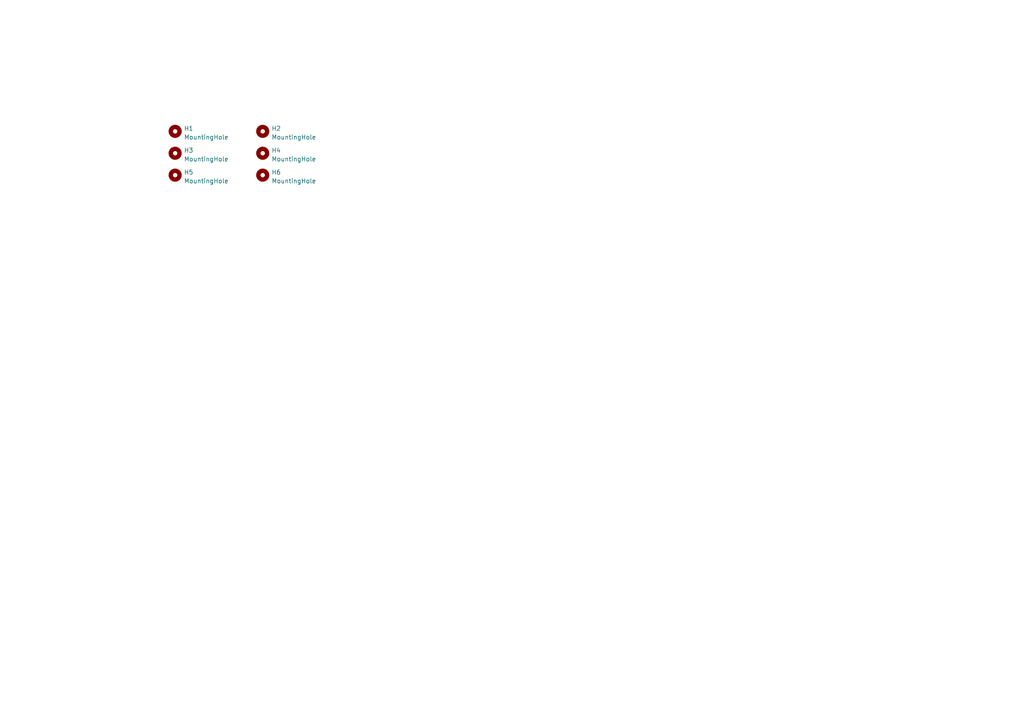
<source format=kicad_sch>
(kicad_sch (version 20231120) (generator "eeschema") (generator_version "8.0")
  (paper "A4")
  (lib_symbols
    (symbol "Mechanical:MountingHole" (pin_names (offset 1.016))
      (property "Reference" "H" (at 0 5.08 0))
      (property "Value" "MountingHole" (at 0 3.175 0))
      (symbol "MountingHole_0_1"
        (circle (center 0 0) (radius 1.27) (stroke (width 1.27)))
      )
    )
  )
  (symbol (lib_id "Mechanical:MountingHole") (at 76.2 38.1 0) (unit 1)
    (property "Reference" "H2" (at 78.74 37.2653 0) (effects (justify left)))
    (property "Value" "MountingHole" (at 78.74 39.8022 0) (effects (justify left)))
    (property "Footprint" "cipulot_parts:HOLE_M2" (effects (hide yes)))
    (instances (project "the-nicholas-van" (path "" (reference "H2") (unit 1)) (path "" (reference "H2") (unit 1))) (project "mounting holes" (path "" (reference "H2") (unit 1))) (project "travaulta" (path "" (reference "H9") (unit 1))) (project "Infernum HS" (path "" (reference "H2") (unit 1))) (project "ampersand" (path "" (reference "H2") (unit 1))) (project "forti EC" (path "" (reference "H2") (unit 1))))
  )
  (symbol (lib_id "Mechanical:MountingHole") (at 50.8 38.1 0) (unit 1)
    (property "Reference" "H1" (at 53.34 37.2653 0) (effects (justify left)))
    (property "Value" "MountingHole" (at 53.34 39.8022 0) (effects (justify left)))
    (property "Footprint" "cipulot_parts:HOLE_M2" (effects (hide yes)))
  )
  (symbol (lib_id "Mechanical:MountingHole") (at 76.2 50.8 0) (unit 1)
    (property "Reference" "H6" (at 78.74 49.9653 0) (effects (justify left)))
    (property "Value" "MountingHole" (at 78.74 52.5022 0) (effects (justify left)))
    (property "Footprint" "cipulot_parts:HOLE_M2" (effects (hide yes)))
    (instances (project "the-nicholas-van" (path "" (reference "H6") (unit 1)) (path "" (reference "H6") (unit 1))) (project "mounting holes" (path "" (reference "H6") (unit 1))) (project "travaulta" (path "" (reference "H11") (unit 1))) (project "Infernum HS" (path "" (reference "H6") (unit 1))) (project "ampersand" (path "" (reference "H6") (unit 1))) (project "forti EC" (path "" (reference "H6") (unit 1))))
  )
  (symbol (lib_id "Mechanical:MountingHole") (at 50.8 50.8 0) (unit 1)
    (property "Reference" "H5" (at 53.34 49.9653 0) (effects (justify left)))
    (property "Value" "MountingHole" (at 53.34 52.5022 0) (effects (justify left)))
    (property "Footprint" "cipulot_parts:HOLE_M2" (effects (hide yes)))
    (instances (project "the-nicholas-van" (path "" (reference "H5") (unit 1)) (path "" (reference "H5") (unit 1))) (project "mounting holes" (path "" (reference "H5") (unit 1))) (project "travaulta" (path "" (reference "H3") (unit 1))) (project "Infernum HS" (path "" (reference "H5") (unit 1))) (project "ampersand" (path "" (reference "H5") (unit 1))) (project "forti EC" (path "" (reference "H5") (unit 1))))
  )
  (symbol (lib_id "Mechanical:MountingHole") (at 76.2 44.45 0) (unit 1)
    (property "Reference" "H4" (at 78.74 43.6153 0) (effects (justify left)))
    (property "Value" "MountingHole" (at 78.74 46.1522 0) (effects (justify left)))
    (property "Footprint" "cipulot_parts:HOLE_M2" (effects (hide yes)))
    (instances (project "the-nicholas-van" (path "" (reference "H4") (unit 1)) (path "" (reference "H4") (unit 1))) (project "mounting holes" (path "" (reference "H4") (unit 1))) (project "travaulta" (path "" (reference "H10") (unit 1))) (project "Infernum HS" (path "" (reference "H4") (unit 1))) (project "ampersand" (path "" (reference "H4") (unit 1))) (project "forti EC" (path "" (reference "H4") (unit 1))))
  )
  (symbol (lib_id "Mechanical:MountingHole") (at 50.8 44.45 0) (unit 1)
    (property "Reference" "H3" (at 53.34 43.6153 0) (effects (justify left)))
    (property "Value" "MountingHole" (at 53.34 46.1522 0) (effects (justify left)))
    (property "Footprint" "cipulot_parts:HOLE_M2" (effects (hide yes)))
    (instances (project "the-nicholas-van" (path "" (reference "H3") (unit 1)) (path "" (reference "H3") (unit 1))) (project "mounting holes" (path "" (reference "H3") (unit 1))) (project "travaulta" (path "" (reference "H2") (unit 1))) (project "Infernum HS" (path "" (reference "H3") (unit 1))) (project "ampersand" (path "" (reference "H3") (unit 1))) (project "forti EC" (path "" (reference "H3") (unit 1))))
  )
)
</source>
